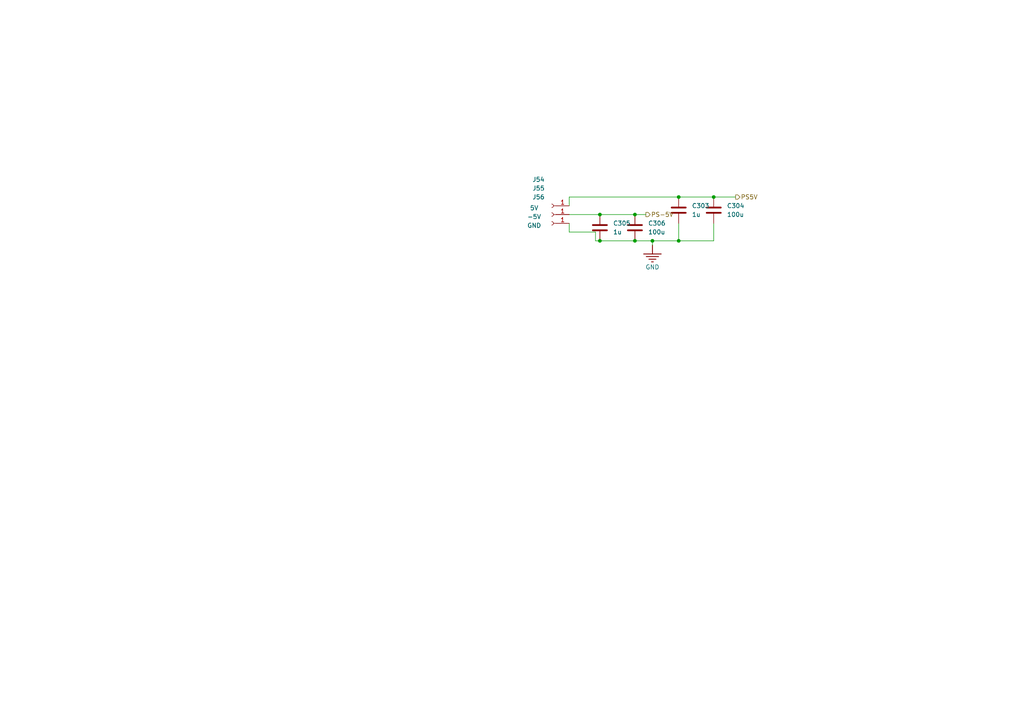
<source format=kicad_sch>
(kicad_sch (version 20231120) (generator "eeschema") (generator_version "8.0")
  (paper "A4")
  (lib_symbols
    (symbol "Connector:Conn_01x01_Socket" (pin_names (offset 1.016) hide)
      (property "Reference" "J" (at 0 2.54 0))
      (property "Value" "Conn_01x01_Socket" (at 0 -2.54 0))
      (symbol "Conn_01x01_Socket_1_1"
        (polyline (pts (xy -1.27 0) (xy -0.508 0)) (stroke (width 0.1524)))
        (arc (start 0 0.508) (mid -0.5058 0) (end 0 -0.508) (stroke (width 0.1524)))
        (pin passive line (at -5.08 0 0) (length 3.81) (name "Pin_1") (number "1"))
      )
    )
    (symbol "Device:C" (pin_numbers hide) (pin_names (offset 0.254))
      (property "Reference" "C" (at 0.635 2.54 0))
      (property "Value" "C" (at 0.635 -2.54 0))
      (symbol "C_0_1"
        (polyline (pts (xy -2.032 -0.762) (xy 2.032 -0.762)) (stroke (width 0.508)))
        (polyline (pts (xy -2.032 0.762) (xy 2.032 0.762)) (stroke (width 0.508)))
      )
      (symbol "C_1_1"
        (pin passive line (at 0 3.81 270) (length 2.794) (name "~") (number "1"))
        (pin passive line (at 0 -3.81 90) (length 2.794) (name "~") (number "2"))
      )
    )
    (symbol "DifferentialProbe-altium-import:GND" (power)
      (property "Reference" "#PWR" (at 0 0 0))
      (property "Value" "GND" (at 0 6.35 0))
      (symbol "GND_0_0"
        (polyline (pts (xy -2.54 -2.54) (xy 2.54 -2.54)) (stroke (width 0.254)))
        (polyline (pts (xy -1.778 -3.302) (xy 1.778 -3.302)) (stroke (width 0.254)))
        (polyline (pts (xy -1.016 -4.064) (xy 1.016 -4.064)) (stroke (width 0.254)))
        (polyline (pts (xy -0.254 -4.826) (xy 0.254 -4.826)) (stroke (width 0.254)))
        (polyline (pts (xy 0 0) (xy 0 -2.54)) (stroke (width 0.254)))
        (pin power_in line (at 0 0 0) (length 0) hide (name "GND") (number ""))
      )
    )
  )
  (junction (at 173.99 69.85))
  (junction (at 173.99 62.23))
  (junction (at 184.15 69.85))
  (junction (at 196.85 57.15))
  (junction (at 196.85 69.85))
  (junction (at 207.01 57.15))
  (junction (at 184.15 62.23))
  (junction (at 189.23 69.85))
  (wire (pts (xy 184.15 69.85) (xy 189.23 69.85)))
  (wire (pts (xy 189.23 69.85) (xy 196.85 69.85)))
  (wire (pts (xy 196.85 69.85) (xy 207.01 69.85)))
  (wire (pts (xy 196.85 64.77) (xy 196.85 69.85)))
  (wire (pts (xy 173.99 69.85) (xy 172.72 69.85)))
  (wire (pts (xy 165.1 62.23) (xy 173.99 62.23)))
  (wire (pts (xy 165.1 67.31) (xy 172.72 67.31)))
  (wire (pts (xy 184.15 62.23) (xy 187.325 62.23)))
  (wire (pts (xy 173.99 62.23) (xy 184.15 62.23)))
  (wire (pts (xy 172.72 69.85) (xy 172.72 67.31)))
  (wire (pts (xy 165.1 57.15) (xy 196.85 57.15)))
  (wire (pts (xy 165.1 59.69) (xy 165.1 57.15)))
  (wire (pts (xy 207.01 57.15) (xy 213.36 57.15)))
  (wire (pts (xy 189.23 69.85) (xy 189.23 71.12)))
  (wire (pts (xy 207.01 64.77) (xy 207.01 69.85)))
  (wire (pts (xy 165.1 64.77) (xy 165.1 67.31)))
  (wire (pts (xy 196.85 57.15) (xy 207.01 57.15)))
  (wire (pts (xy 173.99 69.85) (xy 184.15 69.85)))
  (hierarchical_label "PS-5V" (shape output) (at 187.325 62.23 0))
  (hierarchical_label "PS5V" (shape output) (at 213.36 57.15 0))
  (symbol (lib_id "Device:C") (at 196.85 60.96 0) (unit 1)
    (property "Reference" "C303" (at 200.66 59.69 0) (effects (justify left)))
    (property "Value" "1u" (at 200.66 62.23 0) (effects (justify left)))
    (property "Footprint" "Capacitor_SMD:C_0603_1608Metric" (effects (hide yes)))
  )
  (symbol (lib_id "Device:C") (at 207.01 60.96 0) (unit 1)
    (property "Reference" "C304" (at 210.82 59.69 0) (effects (justify left)))
    (property "Value" "100u" (at 210.82 62.23 0) (effects (justify left)))
    (property "Footprint" "Capacitor_SMD:CP_Elec_10x12.5" (effects (hide yes)))
  )
  (symbol (lib_id "Connector:Conn_01x01_Socket") (at 160.02 64.77 180) (unit 1)
    (property "Reference" "J56" (at 156.21 57.15 0))
    (property "Value" "GND" (at 154.94 65.405 0))
    (property "Footprint" "Connector_Pin:Pin_D1.4mm_L8.5mm_W2.8mm_FlatFork" (effects (hide yes)))
  )
  (symbol (lib_id "Connector:Conn_01x01_Socket") (at 160.02 62.23 180) (unit 1)
    (property "Reference" "J55" (at 156.21 54.61 0))
    (property "Value" "-5V" (at 154.94 62.865 0))
    (property "Footprint" "Connector_Pin:Pin_D1.4mm_L8.5mm_W2.8mm_FlatFork" (effects (hide yes)))
  )
  (symbol (lib_id "Connector:Conn_01x01_Socket") (at 160.02 59.69 180) (unit 1)
    (property "Reference" "J54" (at 156.21 52.07 0))
    (property "Value" "5V" (at 154.94 60.325 0))
    (property "Footprint" "Connector_Pin:Pin_D1.4mm_L8.5mm_W2.8mm_FlatFork" (effects (hide yes)))
  )
  (symbol (lib_id "Device:C") (at 173.99 66.04 0) (unit 1)
    (property "Reference" "C305" (at 177.8 64.77 0) (effects (justify left)))
    (property "Value" "1u" (at 177.8 67.31 0) (effects (justify left)))
    (property "Footprint" "Capacitor_SMD:C_0603_1608Metric" (effects (hide yes)))
  )
  (symbol (lib_id "DifferentialProbe-altium-import:GND") (at 189.23 71.12 0) (unit 1)
    (property "Reference" "#PWR036" (effects (hide yes)))
    (property "Value" "GND" (at 189.23 77.47 0))
    (instances (project "diffprobe-espnow" (path "" (reference "#PWR036") (unit 1))) (project "diffprobe" (path "" (reference "#PWR016") (unit 1))) (project "DifferentialProbe" (path "" (reference "#PWR?") (unit 1))))
  )
  (symbol (lib_id "Device:C") (at 184.15 66.04 180) (unit 1)
    (property "Reference" "C306" (at 187.96 64.7699 0) (effects (justify right)))
    (property "Value" "100u" (at 187.96 67.3099 0) (effects (justify right)))
    (property "Footprint" "Capacitor_SMD:CP_Elec_10x12.5" (effects (hide yes)))
  )
)
</source>
